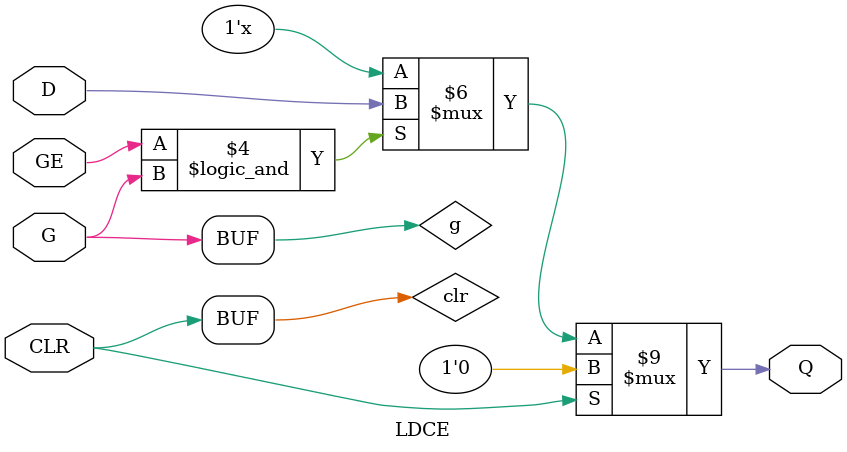
<source format=v>
module LDCE (
  output reg Q,
  (* invertible_pin = "IS_CLR_INVERTED" *)
  input CLR,
  input D,
  (* invertible_pin = "IS_G_INVERTED" *)
  input G,
  input GE
);
  parameter [0:0] INIT = 1'b0;
  parameter [0:0] IS_CLR_INVERTED = 1'b0;
  parameter [0:0] IS_G_INVERTED = 1'b0;
  parameter MSGON = "TRUE";
  parameter XON = "TRUE";
  initial Q = INIT;
  wire clr = CLR ^ IS_CLR_INVERTED;
  wire g = G ^ IS_G_INVERTED;
  always @*
    if (clr) Q <= 1'b0;
    else if (GE && g) Q <= D;
endmodule
</source>
